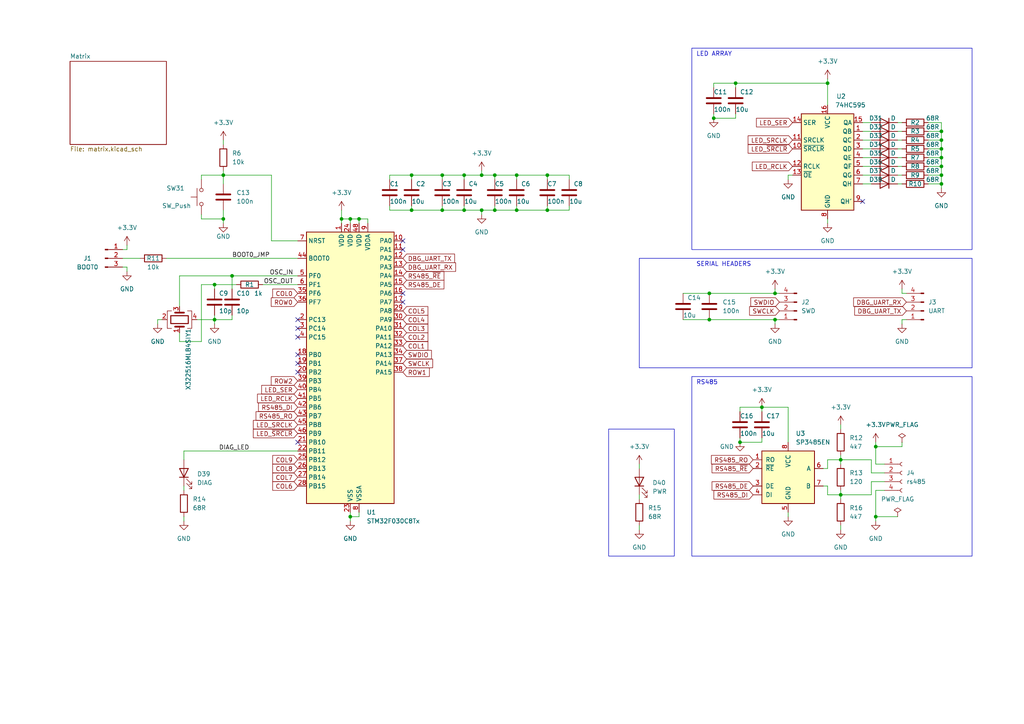
<source format=kicad_sch>
(kicad_sch (version 20230121) (generator eeschema)
  (paper "A4")
  (lib_symbols
    (symbol "74xx:74HC595"
      (property "Reference" "U" (at -7.62 13.97 0))
      (property "Value" "74HC595" (at -7.62 -16.51 0))
      (symbol "74HC595_1_0"
        (pin tri_state line (at 10.16 7.62 180) (length 2.54) (name "QB") (number "1"))
        (pin input line (at -10.16 2.54 0) (length 2.54) (name "~{SRCLR}") (number "10"))
        (pin input line (at -10.16 5.08 0) (length 2.54) (name "SRCLK") (number "11"))
        (pin input line (at -10.16 -2.54 0) (length 2.54) (name "RCLK") (number "12"))
        (pin input line (at -10.16 -5.08 0) (length 2.54) (name "~{OE}") (number "13"))
        (pin input line (at -10.16 10.16 0) (length 2.54) (name "SER") (number "14"))
        (pin tri_state line (at 10.16 10.16 180) (length 2.54) (name "QA") (number "15"))
        (pin power_in line (at 0 15.24 270) (length 2.54) (name "VCC") (number "16"))
        (pin tri_state line (at 10.16 5.08 180) (length 2.54) (name "QC") (number "2"))
        (pin tri_state line (at 10.16 2.54 180) (length 2.54) (name "QD") (number "3"))
        (pin tri_state line (at 10.16 0 180) (length 2.54) (name "QE") (number "4"))
        (pin tri_state line (at 10.16 -2.54 180) (length 2.54) (name "QF") (number "5"))
        (pin tri_state line (at 10.16 -5.08 180) (length 2.54) (name "QG") (number "6"))
        (pin tri_state line (at 10.16 -7.62 180) (length 2.54) (name "QH") (number "7"))
        (pin power_in line (at 0 -17.78 90) (length 2.54) (name "GND") (number "8"))
        (pin output line (at 10.16 -12.7 180) (length 2.54) (name "QH'") (number "9"))
      )
    )
    (symbol "Connector:Conn_01x03_Pin" (pin_names (offset 1.016) hide)
      (property "Reference" "J" (at 0 5.08 0))
      (property "Value" "Conn_01x03_Pin" (at 0 -5.08 0))
      (symbol "Conn_01x03_Pin_1_1"
        (pin passive line (at 5.08 2.54 180) (length 3.81) (name "Pin_1") (number "1"))
        (pin passive line (at 5.08 0 180) (length 3.81) (name "Pin_2") (number "2"))
        (pin passive line (at 5.08 -2.54 180) (length 3.81) (name "Pin_3") (number "3"))
      )
    )
    (symbol "Connector:Conn_01x04_Pin" (pin_names (offset 1.016) hide)
      (property "Reference" "J" (at 0 5.08 0))
      (property "Value" "Conn_01x04_Pin" (at 0 -7.62 0))
      (symbol "Conn_01x04_Pin_1_1"
        (pin passive line (at 5.08 2.54 180) (length 3.81) (name "Pin_1") (number "1"))
        (pin passive line (at 5.08 0 180) (length 3.81) (name "Pin_2") (number "2"))
        (pin passive line (at 5.08 -2.54 180) (length 3.81) (name "Pin_3") (number "3"))
        (pin passive line (at 5.08 -5.08 180) (length 3.81) (name "Pin_4") (number "4"))
      )
    )
    (symbol "Connector:Conn_01x04_Socket" (pin_names (offset 1.016) hide)
      (property "Reference" "J" (at 0 5.08 0))
      (property "Value" "Conn_01x04_Socket" (at 0 -7.62 0))
      (symbol "Conn_01x04_Socket_1_1"
        (pin passive line (at -5.08 2.54 0) (length 3.81) (name "Pin_1") (number "1"))
        (pin passive line (at -5.08 0 0) (length 3.81) (name "Pin_2") (number "2"))
        (pin passive line (at -5.08 -2.54 0) (length 3.81) (name "Pin_3") (number "3"))
        (pin passive line (at -5.08 -5.08 0) (length 3.81) (name "Pin_4") (number "4"))
      )
    )
    (symbol "Device:C" (pin_numbers hide) (pin_names (offset 0.254))
      (property "Reference" "C" (at 0.635 2.54 0))
      (property "Value" "C" (at 0.635 -2.54 0))
      (symbol "C_1_1"
        (pin passive line (at 0 3.81 270) (length 2.794) (name "~") (number "1"))
        (pin passive line (at 0 -3.81 90) (length 2.794) (name "~") (number "2"))
      )
    )
    (symbol "Device:Crystal_GND24" (pin_names (offset 1.016) hide)
      (property "Reference" "Y" (at 3.175 5.08 0))
      (property "Value" "Crystal_GND24" (at 3.175 3.175 0))
      (symbol "Crystal_GND24_1_1"
        (pin passive line (at -3.81 0 0) (length 1.27) (name "1") (number "1"))
        (pin passive line (at 0 5.08 270) (length 1.27) (name "2") (number "2"))
        (pin passive line (at 3.81 0 180) (length 1.27) (name "3") (number "3"))
        (pin passive line (at 0 -5.08 90) (length 1.27) (name "4") (number "4"))
      )
    )
    (symbol "Device:D" (pin_numbers hide) (pin_names (offset 1.016) hide)
      (property "Reference" "D" (at 0 2.54 0))
      (property "Value" "D" (at 0 -2.54 0))
      (symbol "D_1_1"
        (pin passive line (at -3.81 0 0) (length 2.54) (name "K") (number "1"))
        (pin passive line (at 3.81 0 180) (length 2.54) (name "A") (number "2"))
      )
    )
    (symbol "Device:LED" (pin_numbers hide) (pin_names (offset 1.016) hide)
      (property "Reference" "D" (at 0 2.54 0))
      (property "Value" "LED" (at 0 -2.54 0))
      (symbol "LED_1_1"
        (pin passive line (at -3.81 0 0) (length 2.54) (name "K") (number "1"))
        (pin passive line (at 3.81 0 180) (length 2.54) (name "A") (number "2"))
      )
    )
    (symbol "Device:R" (pin_numbers hide) (pin_names (offset 0))
      (property "Reference" "R" (at 2.032 0 90))
      (property "Value" "R" (at 0 0 90))
      (symbol "R_1_1"
        (pin passive line (at 0 3.81 270) (length 1.27) (name "~") (number "1"))
        (pin passive line (at 0 -3.81 90) (length 1.27) (name "~") (number "2"))
      )
    )
    (symbol "Interface_UART:SP3485EN" (pin_names (offset 1.016))
      (property "Reference" "U" (at -7.62 8.89 0))
      (property "Value" "SP3485EN" (at 2.54 8.89 0))
      (symbol "SP3485EN_1_1"
        (pin output line (at -10.16 5.08 0) (length 2.54) (name "RO") (number "1"))
        (pin input line (at -10.16 2.54 0) (length 2.54) (name "~{RE}") (number "2"))
        (pin input line (at -10.16 -2.54 0) (length 2.54) (name "DE") (number "3"))
        (pin input line (at -10.16 -5.08 0) (length 2.54) (name "DI") (number "4"))
        (pin power_in line (at 0 -10.16 90) (length 2.54) (name "GND") (number "5"))
        (pin bidirectional line (at 10.16 2.54 180) (length 2.54) (name "A") (number "6"))
        (pin bidirectional line (at 10.16 -2.54 180) (length 2.54) (name "B") (number "7"))
        (pin power_in line (at 0 10.16 270) (length 2.54) (name "VCC") (number "8"))
      )
    )
    (symbol "MCU_ST_STM32F0:STM32F030C8Tx"
      (property "Reference" "U" (at -12.7 41.91 0))
      (property "Value" "STM32F030C8Tx" (at 7.62 41.91 0))
      (symbol "STM32F030C8Tx_1_1"
        (pin power_in line (at -2.54 43.18 270) (length 2.54) (name "VDD") (number "1"))
        (pin bidirectional line (at 15.24 38.1 180) (length 2.54) (name "PA0") (number "10"))
        (pin bidirectional line (at 15.24 35.56 180) (length 2.54) (name "PA1") (number "11"))
        (pin bidirectional line (at 15.24 33.02 180) (length 2.54) (name "PA2") (number "12"))
        (pin bidirectional line (at 15.24 30.48 180) (length 2.54) (name "PA3") (number "13"))
        (pin bidirectional line (at 15.24 27.94 180) (length 2.54) (name "PA4") (number "14"))
        (pin bidirectional line (at 15.24 25.4 180) (length 2.54) (name "PA5") (number "15"))
        (pin bidirectional line (at 15.24 22.86 180) (length 2.54) (name "PA6") (number "16"))
        (pin bidirectional line (at 15.24 20.32 180) (length 2.54) (name "PA7") (number "17"))
        (pin bidirectional line (at -15.24 5.08 0) (length 2.54) (name "PB0") (number "18"))
        (pin bidirectional line (at -15.24 2.54 0) (length 2.54) (name "PB1") (number "19"))
        (pin bidirectional line (at -15.24 15.24 0) (length 2.54) (name "PC13") (number "2"))
        (pin bidirectional line (at -15.24 0 0) (length 2.54) (name "PB2") (number "20"))
        (pin bidirectional line (at -15.24 -20.32 0) (length 2.54) (name "PB10") (number "21"))
        (pin bidirectional line (at -15.24 -22.86 0) (length 2.54) (name "PB11") (number "22"))
        (pin power_in line (at 0 -40.64 90) (length 2.54) (name "VSS") (number "23"))
        (pin power_in line (at 0 43.18 270) (length 2.54) (name "VDD") (number "24"))
        (pin bidirectional line (at -15.24 -25.4 0) (length 2.54) (name "PB12") (number "25"))
        (pin bidirectional line (at -15.24 -27.94 0) (length 2.54) (name "PB13") (number "26"))
        (pin bidirectional line (at -15.24 -30.48 0) (length 2.54) (name "PB14") (number "27"))
        (pin bidirectional line (at -15.24 -33.02 0) (length 2.54) (name "PB15") (number "28"))
        (pin bidirectional line (at 15.24 17.78 180) (length 2.54) (name "PA8") (number "29"))
        (pin bidirectional line (at -15.24 12.7 0) (length 2.54) (name "PC14") (number "3"))
        (pin bidirectional line (at 15.24 15.24 180) (length 2.54) (name "PA9") (number "30"))
        (pin bidirectional line (at 15.24 12.7 180) (length 2.54) (name "PA10") (number "31"))
        (pin bidirectional line (at 15.24 10.16 180) (length 2.54) (name "PA11") (number "32"))
        (pin bidirectional line (at 15.24 7.62 180) (length 2.54) (name "PA12") (number "33"))
        (pin bidirectional line (at 15.24 5.08 180) (length 2.54) (name "PA13") (number "34"))
        (pin bidirectional line (at -15.24 22.86 0) (length 2.54) (name "PF6") (number "35"))
        (pin bidirectional line (at -15.24 20.32 0) (length 2.54) (name "PF7") (number "36"))
        (pin bidirectional line (at 15.24 2.54 180) (length 2.54) (name "PA14") (number "37"))
        (pin bidirectional line (at 15.24 0 180) (length 2.54) (name "PA15") (number "38"))
        (pin bidirectional line (at -15.24 -2.54 0) (length 2.54) (name "PB3") (number "39"))
        (pin bidirectional line (at -15.24 10.16 0) (length 2.54) (name "PC15") (number "4"))
        (pin bidirectional line (at -15.24 -5.08 0) (length 2.54) (name "PB4") (number "40"))
        (pin bidirectional line (at -15.24 -7.62 0) (length 2.54) (name "PB5") (number "41"))
        (pin bidirectional line (at -15.24 -10.16 0) (length 2.54) (name "PB6") (number "42"))
        (pin bidirectional line (at -15.24 -12.7 0) (length 2.54) (name "PB7") (number "43"))
        (pin input line (at -15.24 33.02 0) (length 2.54) (name "BOOT0") (number "44"))
        (pin bidirectional line (at -15.24 -15.24 0) (length 2.54) (name "PB8") (number "45"))
        (pin bidirectional line (at -15.24 -17.78 0) (length 2.54) (name "PB9") (number "46"))
        (pin passive line (at 0 -40.64 90) (length 2.54) hide (name "VSS") (number "47"))
        (pin power_in line (at 2.54 43.18 270) (length 2.54) (name "VDD") (number "48"))
        (pin bidirectional line (at -15.24 27.94 0) (length 2.54) (name "PF0") (number "5"))
        (pin bidirectional line (at -15.24 25.4 0) (length 2.54) (name "PF1") (number "6"))
        (pin input line (at -15.24 38.1 0) (length 2.54) (name "NRST") (number "7"))
        (pin power_in line (at 2.54 -40.64 90) (length 2.54) (name "VSSA") (number "8"))
        (pin power_in line (at 5.08 43.18 270) (length 2.54) (name "VDDA") (number "9"))
      )
    )
    (symbol "Switch:SW_Push" (pin_numbers hide) (pin_names (offset 1.016) hide)
      (property "Reference" "SW" (at 1.27 2.54 0))
      (property "Value" "SW_Push" (at 0 -1.524 0))
      (symbol "SW_Push_0_1"
        (pin passive line (at -5.08 0 0) (length 2.54) (name "1") (number "1"))
        (pin passive line (at 5.08 0 180) (length 2.54) (name "2") (number "2"))
      )
    )
    (symbol "power:+3.3V" (power) (pin_names (offset 0))
      (property "Value" "+3.3V" (at 0 3.556 0))
      (symbol "+3.3V_1_1"
        (pin power_in line (at 0 0 90) (length 0) hide (name "+3.3V") (number "1"))
      )
    )
    (symbol "power:GND" (power) (pin_names (offset 0))
      (property "Value" "GND" (at 0 -3.81 0))
      (symbol "GND_1_1"
        (pin power_in line (at 0 0 270) (length 0) hide (name "GND") (number "1"))
      )
    )
    (symbol "power:PWR_FLAG" (power) (pin_numbers hide) (pin_names (offset 0) hide)
      (property "Value" "PWR_FLAG" (at 0 3.81 0))
      (symbol "PWR_FLAG_0_0"
        (pin power_out line (at 0 0 90) (length 0) (name "pwr") (number "1"))
      )
    )
  )
  (junction (at 101.6 149.86))
  (junction (at 158.75 60.96))
  (junction (at 139.7 60.96))
  (junction (at 273.05 53.34))
  (junction (at 158.75 50.8))
  (junction (at 273.05 40.64))
  (junction (at 67.31 80.01))
  (junction (at 240.03 24.13))
  (junction (at 205.74 92.71))
  (junction (at 101.6 63.5))
  (junction (at 134.62 50.8))
  (junction (at 139.7 50.8))
  (junction (at 243.84 143.51))
  (junction (at 254 149.86))
  (junction (at 99.06 63.5))
  (junction (at 62.23 82.55))
  (junction (at 273.05 45.72))
  (junction (at 273.05 43.18))
  (junction (at 64.77 50.8))
  (junction (at 119.38 50.8))
  (junction (at 143.51 50.8))
  (junction (at 149.86 50.8))
  (junction (at 213.36 24.13))
  (junction (at 143.51 60.96))
  (junction (at 64.77 63.5))
  (junction (at 254 129.54))
  (junction (at 205.74 85.09))
  (junction (at 149.86 60.96))
  (junction (at 119.38 60.96))
  (junction (at 128.27 60.96))
  (junction (at 62.23 92.71))
  (junction (at 214.63 128.27))
  (junction (at 220.98 118.11))
  (junction (at 273.05 50.8))
  (junction (at 207.01 34.29))
  (junction (at 224.79 85.09))
  (junction (at 104.14 63.5))
  (junction (at 243.84 133.35))
  (junction (at 273.05 38.1))
  (junction (at 273.05 48.26))
  (junction (at 134.62 60.96))
  (junction (at 224.79 92.71))
  (junction (at 128.27 50.8))
  (no_connect (at 86.36 105.41))
  (no_connect (at 116.84 69.85))
  (no_connect (at 86.36 97.79))
  (no_connect (at 116.84 85.09))
  (no_connect (at 86.36 95.25))
  (no_connect (at 86.36 128.27))
  (no_connect (at 86.36 92.71))
  (no_connect (at 86.36 107.95))
  (no_connect (at 116.84 87.63))
  (no_connect (at 116.84 72.39))
  (no_connect (at 250.19 58.42))
  (no_connect (at 86.36 102.87))
  (wire (pts (xy 78.74 50.8) (xy 64.77 50.8)))
  (wire (pts (xy 260.35 38.1) (xy 261.62 38.1)))
  (wire (pts (xy 101.6 148.59) (xy 101.6 149.86)))
  (wire (pts (xy 53.34 140.97) (xy 53.34 142.24)))
  (wire (pts (xy 250.19 43.18) (xy 252.73 43.18)))
  (wire (pts (xy 207.01 34.29) (xy 213.36 34.29)))
  (wire (pts (xy 260.35 35.56) (xy 261.62 35.56)))
  (wire (pts (xy 213.36 34.29) (xy 213.36 33.02)))
  (wire (pts (xy 78.74 69.85) (xy 86.36 69.85)))
  (wire (pts (xy 243.84 133.35) (xy 243.84 134.62)))
  (wire (pts (xy 36.83 71.12) (xy 36.83 72.39)))
  (wire (pts (xy 254 149.86) (xy 260.35 149.86)))
  (wire (pts (xy 52.07 99.06) (xy 58.42 99.06)))
  (wire (pts (xy 243.84 132.08) (xy 243.84 133.35)))
  (wire (pts (xy 64.77 63.5) (xy 64.77 64.77)))
  (wire (pts (xy 53.34 133.35) (xy 53.34 130.81)))
  (wire (pts (xy 273.05 53.34) (xy 273.05 54.61)))
  (wire (pts (xy 269.24 35.56) (xy 273.05 35.56)))
  (wire (pts (xy 220.98 118.11) (xy 228.6 118.11)))
  (wire (pts (xy 52.07 96.52) (xy 52.07 99.06)))
  (wire (pts (xy 35.56 77.47) (xy 36.83 77.47)))
  (wire (pts (xy 273.05 45.72) (xy 273.05 48.26)))
  (wire (pts (xy 214.63 118.11) (xy 220.98 118.11)))
  (wire (pts (xy 149.86 60.96) (xy 158.75 60.96)))
  (wire (pts (xy 243.84 143.51) (xy 243.84 144.78)))
  (wire (pts (xy 254 134.62) (xy 256.54 134.62)))
  (wire (pts (xy 64.77 49.53) (xy 64.77 50.8)))
  (wire (pts (xy 214.63 119.38) (xy 214.63 118.11)))
  (wire (pts (xy 113.03 59.69) (xy 113.03 60.96)))
  (wire (pts (xy 228.6 148.59) (xy 228.6 149.86)))
  (wire (pts (xy 62.23 82.55) (xy 62.23 83.82)))
  (wire (pts (xy 143.51 50.8) (xy 149.86 50.8)))
  (wire (pts (xy 220.98 118.11) (xy 220.98 119.38)))
  (wire (pts (xy 224.79 85.09) (xy 226.06 85.09)))
  (wire (pts (xy 101.6 63.5) (xy 101.6 64.77)))
  (wire (pts (xy 260.35 53.34) (xy 261.62 53.34)))
  (wire (pts (xy 240.03 135.89) (xy 240.03 133.35)))
  (wire (pts (xy 254 142.24) (xy 256.54 142.24)))
  (wire (pts (xy 260.35 50.8) (xy 261.62 50.8)))
  (wire (pts (xy 104.14 149.86) (xy 104.14 148.59)))
  (wire (pts (xy 106.68 63.5) (xy 106.68 64.77)))
  (wire (pts (xy 198.12 92.71) (xy 205.74 92.71)))
  (wire (pts (xy 238.76 140.97) (xy 240.03 140.97)))
  (wire (pts (xy 240.03 143.51) (xy 243.84 143.51)))
  (wire (pts (xy 250.19 48.26) (xy 252.73 48.26)))
  (wire (pts (xy 261.62 85.09) (xy 262.89 85.09)))
  (wire (pts (xy 254 149.86) (xy 254 142.24)))
  (wire (pts (xy 149.86 50.8) (xy 149.86 52.07)))
  (wire (pts (xy 269.24 50.8) (xy 273.05 50.8)))
  (wire (pts (xy 261.62 83.82) (xy 261.62 85.09)))
  (wire (pts (xy 134.62 60.96) (xy 134.62 59.69)))
  (wire (pts (xy 36.83 72.39) (xy 35.56 72.39)))
  (wire (pts (xy 58.42 62.23) (xy 58.42 63.5)))
  (wire (pts (xy 57.15 92.71) (xy 62.23 92.71)))
  (wire (pts (xy 128.27 52.07) (xy 128.27 50.8)))
  (wire (pts (xy 165.1 50.8) (xy 165.1 52.07)))
  (wire (pts (xy 48.26 74.93) (xy 86.36 74.93)))
  (wire (pts (xy 224.79 83.82) (xy 224.79 85.09)))
  (wire (pts (xy 269.24 53.34) (xy 273.05 53.34)))
  (wire (pts (xy 261.62 129.54) (xy 254 129.54)))
  (wire (pts (xy 214.63 128.27) (xy 220.98 128.27)))
  (wire (pts (xy 228.6 50.8) (xy 229.87 50.8)))
  (wire (pts (xy 269.24 40.64) (xy 273.05 40.64)))
  (wire (pts (xy 158.75 59.69) (xy 158.75 60.96)))
  (wire (pts (xy 254 151.13) (xy 254 149.86)))
  (wire (pts (xy 139.7 60.96) (xy 143.51 60.96)))
  (wire (pts (xy 149.86 60.96) (xy 149.86 59.69)))
  (wire (pts (xy 224.79 92.71) (xy 226.06 92.71)))
  (wire (pts (xy 273.05 38.1) (xy 273.05 40.64)))
  (wire (pts (xy 224.79 93.98) (xy 224.79 92.71)))
  (wire (pts (xy 119.38 60.96) (xy 128.27 60.96)))
  (wire (pts (xy 269.24 38.1) (xy 273.05 38.1)))
  (wire (pts (xy 58.42 50.8) (xy 64.77 50.8)))
  (wire (pts (xy 67.31 92.71) (xy 67.31 91.44)))
  (wire (pts (xy 213.36 24.13) (xy 213.36 25.4)))
  (wire (pts (xy 113.03 60.96) (xy 119.38 60.96)))
  (wire (pts (xy 128.27 59.69) (xy 128.27 60.96)))
  (wire (pts (xy 52.07 80.01) (xy 67.31 80.01)))
  (wire (pts (xy 273.05 50.8) (xy 273.05 53.34)))
  (wire (pts (xy 243.84 133.35) (xy 252.73 133.35)))
  (wire (pts (xy 76.2 82.55) (xy 86.36 82.55)))
  (wire (pts (xy 62.23 92.71) (xy 62.23 91.44)))
  (wire (pts (xy 250.19 38.1) (xy 252.73 38.1)))
  (wire (pts (xy 250.19 35.56) (xy 252.73 35.56)))
  (wire (pts (xy 256.54 139.7) (xy 252.73 139.7)))
  (wire (pts (xy 101.6 149.86) (xy 104.14 149.86)))
  (wire (pts (xy 205.74 92.71) (xy 224.79 92.71)))
  (wire (pts (xy 36.83 77.47) (xy 36.83 78.74)))
  (wire (pts (xy 119.38 50.8) (xy 128.27 50.8)))
  (wire (pts (xy 260.35 43.18) (xy 261.62 43.18)))
  (wire (pts (xy 228.6 118.11) (xy 228.6 128.27)))
  (wire (pts (xy 250.19 50.8) (xy 252.73 50.8)))
  (wire (pts (xy 260.35 40.64) (xy 261.62 40.64)))
  (wire (pts (xy 207.01 24.13) (xy 213.36 24.13)))
  (wire (pts (xy 252.73 139.7) (xy 252.73 143.51)))
  (wire (pts (xy 261.62 92.71) (xy 262.89 92.71)))
  (wire (pts (xy 243.84 123.19) (xy 243.84 124.46)))
  (wire (pts (xy 53.34 149.86) (xy 53.34 151.13)))
  (wire (pts (xy 269.24 48.26) (xy 273.05 48.26)))
  (wire (pts (xy 101.6 63.5) (xy 104.14 63.5)))
  (wire (pts (xy 205.74 85.09) (xy 224.79 85.09)))
  (wire (pts (xy 240.03 22.86) (xy 240.03 24.13)))
  (wire (pts (xy 158.75 50.8) (xy 165.1 50.8)))
  (wire (pts (xy 64.77 50.8) (xy 64.77 53.34)))
  (wire (pts (xy 104.14 63.5) (xy 104.14 64.77)))
  (wire (pts (xy 62.23 82.55) (xy 68.58 82.55)))
  (wire (pts (xy 52.07 88.9) (xy 52.07 80.01)))
  (wire (pts (xy 269.24 43.18) (xy 273.05 43.18)))
  (wire (pts (xy 213.36 24.13) (xy 240.03 24.13)))
  (wire (pts (xy 250.19 45.72) (xy 252.73 45.72)))
  (wire (pts (xy 207.01 33.02) (xy 207.01 34.29)))
  (wire (pts (xy 134.62 50.8) (xy 134.62 52.07)))
  (wire (pts (xy 254 128.27) (xy 254 129.54)))
  (wire (pts (xy 113.03 50.8) (xy 119.38 50.8)))
  (wire (pts (xy 243.84 143.51) (xy 243.84 142.24)))
  (wire (pts (xy 214.63 127) (xy 214.63 128.27)))
  (wire (pts (xy 58.42 50.8) (xy 58.42 52.07)))
  (wire (pts (xy 139.7 60.96) (xy 139.7 62.23)))
  (wire (pts (xy 250.19 40.64) (xy 252.73 40.64)))
  (wire (pts (xy 260.35 48.26) (xy 261.62 48.26)))
  (wire (pts (xy 185.42 152.4) (xy 185.42 153.67)))
  (wire (pts (xy 250.19 53.34) (xy 252.73 53.34)))
  (wire (pts (xy 119.38 50.8) (xy 119.38 52.07)))
  (wire (pts (xy 260.35 45.72) (xy 261.62 45.72)))
  (wire (pts (xy 58.42 82.55) (xy 62.23 82.55)))
  (wire (pts (xy 99.06 64.77) (xy 99.06 63.5)))
  (wire (pts (xy 78.74 50.8) (xy 78.74 69.85)))
  (wire (pts (xy 139.7 50.8) (xy 143.51 50.8)))
  (wire (pts (xy 185.42 143.51) (xy 185.42 144.78)))
  (wire (pts (xy 273.05 43.18) (xy 273.05 45.72)))
  (wire (pts (xy 62.23 92.71) (xy 67.31 92.71)))
  (wire (pts (xy 273.05 48.26) (xy 273.05 50.8)))
  (wire (pts (xy 261.62 128.27) (xy 261.62 129.54)))
  (wire (pts (xy 64.77 63.5) (xy 64.77 60.96)))
  (wire (pts (xy 128.27 50.8) (xy 134.62 50.8)))
  (wire (pts (xy 273.05 40.64) (xy 273.05 43.18)))
  (wire (pts (xy 254 129.54) (xy 254 134.62)))
  (wire (pts (xy 185.42 134.62) (xy 185.42 135.89)))
  (wire (pts (xy 149.86 50.8) (xy 158.75 50.8)))
  (wire (pts (xy 128.27 60.96) (xy 134.62 60.96)))
  (wire (pts (xy 134.62 60.96) (xy 139.7 60.96)))
  (wire (pts (xy 64.77 40.64) (xy 64.77 41.91)))
  (wire (pts (xy 101.6 149.86) (xy 101.6 151.13)))
  (wire (pts (xy 207.01 25.4) (xy 207.01 24.13)))
  (wire (pts (xy 113.03 52.07) (xy 113.03 50.8)))
  (wire (pts (xy 240.03 140.97) (xy 240.03 143.51)))
  (wire (pts (xy 143.51 60.96) (xy 149.86 60.96)))
  (wire (pts (xy 58.42 63.5) (xy 64.77 63.5)))
  (wire (pts (xy 134.62 50.8) (xy 139.7 50.8)))
  (wire (pts (xy 261.62 93.98) (xy 261.62 92.71)))
  (wire (pts (xy 228.6 52.07) (xy 228.6 50.8)))
  (wire (pts (xy 240.03 63.5) (xy 240.03 64.77)))
  (wire (pts (xy 139.7 49.53) (xy 139.7 50.8)))
  (wire (pts (xy 45.72 93.98) (xy 45.72 92.71)))
  (wire (pts (xy 104.14 63.5) (xy 106.68 63.5)))
  (wire (pts (xy 240.03 133.35) (xy 243.84 133.35)))
  (wire (pts (xy 198.12 85.09) (xy 205.74 85.09)))
  (wire (pts (xy 45.72 92.71) (xy 46.99 92.71)))
  (wire (pts (xy 238.76 135.89) (xy 240.03 135.89)))
  (wire (pts (xy 143.51 59.69) (xy 143.51 60.96)))
  (wire (pts (xy 58.42 99.06) (xy 58.42 82.55)))
  (wire (pts (xy 158.75 60.96) (xy 165.1 60.96)))
  (wire (pts (xy 67.31 80.01) (xy 67.31 83.82)))
  (wire (pts (xy 35.56 74.93) (xy 40.64 74.93)))
  (wire (pts (xy 252.73 137.16) (xy 256.54 137.16)))
  (wire (pts (xy 220.98 128.27) (xy 220.98 127)))
  (wire (pts (xy 243.84 152.4) (xy 243.84 153.67)))
  (wire (pts (xy 143.51 52.07) (xy 143.51 50.8)))
  (wire (pts (xy 165.1 60.96) (xy 165.1 59.69)))
  (wire (pts (xy 273.05 35.56) (xy 273.05 38.1)))
  (wire (pts (xy 53.34 130.81) (xy 86.36 130.81)))
  (wire (pts (xy 158.75 52.07) (xy 158.75 50.8)))
  (wire (pts (xy 99.06 63.5) (xy 101.6 63.5)))
  (wire (pts (xy 269.24 45.72) (xy 273.05 45.72)))
  (wire (pts (xy 243.84 143.51) (xy 252.73 143.51)))
  (wire (pts (xy 240.03 24.13) (xy 240.03 30.48)))
  (wire (pts (xy 252.73 133.35) (xy 252.73 137.16)))
  (wire (pts (xy 67.31 80.01) (xy 86.36 80.01)))
  (wire (pts (xy 62.23 92.71) (xy 62.23 93.98)))
  (wire (pts (xy 119.38 60.96) (xy 119.38 59.69)))
  (wire (pts (xy 99.06 60.96) (xy 99.06 63.5)))
  (rectangle (start 200.66 13.97) (end 281.94 72.39))
  (rectangle (start 185.42 74.93) (end 281.94 106.68))
  (rectangle (start 176.53 124.46) (end 195.58 161.29))
  (rectangle (start 200.66 109.22) (end 281.94 161.29))
  (text "RS485" (at 201.93 111.76 0) (effects (font (size 1.27 1.27)) (justify left bottom)))
  (text "SERIAL HEADERS" (at 201.93 77.47 0) (effects (font (size 1.27 1.27)) (justify left bottom)))
  (text "LED ARRAY" (at 201.93 16.51 0) (effects (font (size 1.27 1.27)) (justify left bottom)))
  (label "OSC_OUT" (at 85.09 82.55 180))
  (label "BOOT0_JMP" (at 67.31 74.93 0))
  (label "OSC_IN" (at 85.09 80.01 180))
  (label "DIAG_LED" (at 63.4772 130.81 0))
  (global_label "LED_~{SRCLR}" (shape input) (at 229.87 43.18 180) (property "Intersheetrefs" "${INTERSHEET_REFS}" (effects hide)))
  (global_label "LED_RCLK" (shape input) (at 86.36 115.57 180) (property "Intersheetrefs" "${INTERSHEET_REFS}" (effects hide)))
  (global_label "COL8" (shape input) (at 86.36 135.89 180) (property "Intersheetrefs" "${INTERSHEET_REFS}" (effects hide)))
  (global_label "RS485_DI" (shape input) (at 86.36 118.11 180) (property "Intersheetrefs" "${INTERSHEET_REFS}" (effects hide)))
  (global_label "LED_SER" (shape input) (at 86.36 113.03 180) (property "Intersheetrefs" "${INTERSHEET_REFS}" (effects hide)))
  (global_label "DBG_UART_TX" (shape input) (at 262.89 90.17 180) (property "Intersheetrefs" "${INTERSHEET_REFS}" (effects hide)))
  (global_label "COL9" (shape input) (at 86.36 133.35 180) (property "Intersheetrefs" "${INTERSHEET_REFS}" (effects hide)))
  (global_label "COL6" (shape input) (at 86.36 140.97 180) (property "Intersheetrefs" "${INTERSHEET_REFS}" (effects hide)))
  (global_label "LED_RCLK" (shape input) (at 229.87 48.26 180) (property "Intersheetrefs" "${INTERSHEET_REFS}" (effects hide)))
  (global_label "COL3" (shape input) (at 116.84 95.25 0) (property "Intersheetrefs" "${INTERSHEET_REFS}" (effects hide)))
  (global_label "SWCLK" (shape input) (at 226.06 90.17 180) (property "Intersheetrefs" "${INTERSHEET_REFS}" (effects hide)))
  (global_label "RS485_DE" (shape input) (at 116.84 82.55 0) (property "Intersheetrefs" "${INTERSHEET_REFS}" (effects hide)))
  (global_label "SWDIO" (shape input) (at 226.06 87.63 180) (property "Intersheetrefs" "${INTERSHEET_REFS}" (effects hide)))
  (global_label "RS485_DE" (shape input) (at 218.44 140.97 180) (property "Intersheetrefs" "${INTERSHEET_REFS}" (effects hide)))
  (global_label "LED_SRCLK" (shape input) (at 86.36 123.19 180) (property "Intersheetrefs" "${INTERSHEET_REFS}" (effects hide)))
  (global_label "RS485_~{RE}" (shape input) (at 218.44 135.89 180) (property "Intersheetrefs" "${INTERSHEET_REFS}" (effects hide)))
  (global_label "LED_~{SRCLR}" (shape input) (at 86.36 125.73 180) (property "Intersheetrefs" "${INTERSHEET_REFS}" (effects hide)))
  (global_label "COL4" (shape input) (at 116.84 92.71 0) (property "Intersheetrefs" "${INTERSHEET_REFS}" (effects hide)))
  (global_label "COL7" (shape input) (at 86.36 138.43 180) (property "Intersheetrefs" "${INTERSHEET_REFS}" (effects hide)))
  (global_label "RS485_~{RE}" (shape input) (at 116.84 80.01 0) (property "Intersheetrefs" "${INTERSHEET_REFS}" (effects hide)))
  (global_label "COL5" (shape input) (at 116.84 90.17 0) (property "Intersheetrefs" "${INTERSHEET_REFS}" (effects hide)))
  (global_label "RS485_RO" (shape input) (at 86.36 120.65 180) (property "Intersheetrefs" "${INTERSHEET_REFS}" (effects hide)))
  (global_label "LED_SRCLK" (shape input) (at 229.87 40.64 180) (property "Intersheetrefs" "${INTERSHEET_REFS}" (effects hide)))
  (global_label "SWCLK" (shape input) (at 116.84 105.41 0) (property "Intersheetrefs" "${INTERSHEET_REFS}" (effects hide)))
  (global_label "RS485_DI" (shape input) (at 218.44 143.51 180) (property "Intersheetrefs" "${INTERSHEET_REFS}" (effects hide)))
  (global_label "RS485_RO" (shape input) (at 218.44 133.35 180) (property "Intersheetrefs" "${INTERSHEET_REFS}" (effects hide)))
  (global_label "COL2" (shape input) (at 116.84 97.79 0) (property "Intersheetrefs" "${INTERSHEET_REFS}" (effects hide)))
  (global_label "ROW2" (shape input) (at 86.36 110.49 180) (property "Intersheetrefs" "${INTERSHEET_REFS}" (effects hide)))
  (global_label "ROW0" (shape input) (at 86.36 87.63 180) (property "Intersheetrefs" "${INTERSHEET_REFS}" (effects hide)))
  (global_label "DBG_UART_RX" (shape input) (at 116.84 77.47 0) (property "Intersheetrefs" "${INTERSHEET_REFS}" (effects hide)))
  (global_label "COL1" (shape input) (at 116.84 100.33 0) (property "Intersheetrefs" "${INTERSHEET_REFS}" (effects hide)))
  (global_label "DBG_UART_RX" (shape input) (at 262.89 87.63 180) (property "Intersheetrefs" "${INTERSHEET_REFS}" (effects hide)))
  (global_label "COL0" (shape input) (at 86.36 85.09 180) (property "Intersheetrefs" "${INTERSHEET_REFS}" (effects hide)))
  (global_label "DBG_UART_TX" (shape input) (at 116.84 74.93 0) (property "Intersheetrefs" "${INTERSHEET_REFS}" (effects hide)))
  (global_label "SWDIO" (shape input) (at 116.84 102.87 0) (property "Intersheetrefs" "${INTERSHEET_REFS}" (effects hide)))
  (global_label "LED_SER" (shape input) (at 229.87 35.56 180) (property "Intersheetrefs" "${INTERSHEET_REFS}" (effects hide)))
  (global_label "ROW1" (shape input) (at 116.84 107.95 0) (property "Intersheetrefs" "${INTERSHEET_REFS}" (effects hide)))
  (symbol (lib_id "power:GND") (at 101.6 151.13 0) (unit 1)
    (property "Reference" "#PWR06" (effects hide))
    (property "Value" "GND" (at 101.6 156.21 0))
  )
  (symbol (lib_id "Device:Crystal_GND24") (at 52.07 92.71 90) (unit 1)
    (property "Reference" "Y1" (at 54.61 96.52 0))
    (property "Value" "X322516MLB4SI" (at 54.61 105.41 0))
    (property "Footprint" "Crystal:Crystal_SMD_SeikoEpson_TSX3225-4Pin_3.2x2.5mm" (effects hide))
    (property "LCSC" "C13738" (effects hide))
    (property "jlc_url" "https://jlcpcb.com/partdetail/Yxc-X322516MLB4SI/C13738" (effects hide))
  )
  (symbol (lib_id "power:GND") (at 243.84 153.67 0) (unit 1)
    (property "Reference" "#PWR026" (effects hide))
    (property "Value" "GND" (at 243.84 158.75 0))
  )
  (symbol (lib_id "power:GND") (at 273.05 54.61 0) (unit 1)
    (property "Reference" "#PWR014" (effects hide))
    (property "Value" "GND" (at 273.05 59.69 0))
  )
  (symbol (lib_id "Device:R") (at 185.42 148.59 0) (unit 1)
    (property "Reference" "R15" (at 187.96 147.32 0) (effects (justify left)))
    (property "Value" "68R" (at 187.96 149.86 0) (effects (justify left)))
    (property "Footprint" "Resistor_SMD:R_0603_1608Metric" (effects hide))
    (property "LCSC" "C27592" (effects hide))
    (property "jlc_url" "https://jlcpcb.com/partdetail/28341-0603WAF680JT5E/C27592" (effects hide))
  )
  (symbol (lib_id "power:+3.3V") (at 220.98 118.11 0) (unit 1)
    (property "Reference" "#PWR024" (effects hide))
    (property "Value" "+3.3V" (at 220.98 113.03 0))
  )
  (symbol (lib_id "power:GND") (at 62.23 93.98 0) (unit 1)
    (property "Reference" "#PWR05" (effects hide))
    (property "Value" "GND" (at 62.23 99.06 0))
  )
  (symbol (lib_id "Device:R") (at 265.43 38.1 90) (unit 1)
    (property "Reference" "R3" (at 265.43 38.1 90))
    (property "Value" "68R" (at 270.51 36.83 90))
    (property "Footprint" "Resistor_SMD:R_0603_1608Metric" (effects hide))
    (property "LCSC" "C27592" (effects hide))
    (property "jlc_url" "https://jlcpcb.com/partdetail/XkbConnectivity-TS_1187A_B_AB/C318884" (effects hide))
  )
  (symbol (lib_id "Interface_UART:SP3485EN") (at 228.6 138.43 0) (unit 1)
    (property "Reference" "U3" (at 230.7941 125.73 0) (effects (justify left)))
    (property "Value" "SP3485EN" (at 230.7941 128.27 0) (effects (justify left)))
    (property "Footprint" "Package_SO:SOIC-8_3.9x4.9mm_P1.27mm" (effects hide))
    (property "Datasheet" "http://www.icbase.com/pdf/SPX/SPX00480106.pdf" (effects hide))
  )
  (symbol (lib_id "Device:C") (at 119.38 55.88 0) (unit 1)
    (property "Reference" "C2" (at 120.65 53.34 0) (effects (justify left)))
    (property "Value" "10u" (at 119.38 58.42 0) (effects (justify left)))
    (property "Footprint" "Capacitor_SMD:C_0603_1608Metric" (effects hide))
    (property "LCSC" "C96446" (effects hide))
    (property "jlc_url" "https://jlcpcb.com/partdetail/97651-CL10A106MA8NRNC/C96446" (effects hide))
  )
  (symbol (lib_id "Device:R") (at 53.34 146.05 0) (unit 1)
    (property "Reference" "R14" (at 55.88 144.78 0) (effects (justify left)))
    (property "Value" "68R" (at 55.88 147.32 0) (effects (justify left)))
    (property "Footprint" "Resistor_SMD:R_0603_1608Metric" (effects hide))
    (property "LCSC" "C27592" (effects hide))
    (property "jlc_url" "https://jlcpcb.com/partdetail/28341-0603WAF680JT5E/C27592" (effects hide))
  )
  (symbol (lib_id "Device:C") (at 205.74 88.9 0) (unit 1)
    (property "Reference" "C15" (at 209.55 87.63 0) (effects (justify left)))
    (property "Value" "100n" (at 209.55 90.17 0) (effects (justify left)))
    (property "Footprint" "Capacitor_SMD:C_0402_1005Metric" (effects hide))
    (property "LCSC" "C307331" (effects hide))
    (property "jlc_url" "https://jlcpcb.com/partdetail/291005-CL05B104KB54PNC/C307331" (effects hide))
  )
  (symbol (lib_id "power:GND") (at 254 151.13 0) (unit 1)
    (property "Reference" "#PWR028" (effects hide))
    (property "Value" "GND" (at 254 156.21 0))
  )
  (symbol (lib_id "power:+3.3V") (at 240.03 22.86 0) (unit 1)
    (property "Reference" "#PWR016" (effects hide))
    (property "Value" "+3.3V" (at 240.03 17.78 0))
  )
  (symbol (lib_id "Device:D") (at 256.54 48.26 180) (unit 1)
    (property "Reference" "D36" (at 254 46.99 0))
    (property "Value" "D" (at 259.08 46.99 0))
    (property "Footprint" "Diode_SMD:D_0603_1608Metric" (effects hide))
    (property "Sim.Device" "D" (effects hide))
    (property "Sim.Pins" "1=K 2=A" (effects hide))
    (property "LCSC" "C72038" (effects hide))
    (property "jlc_url" "19-213/Y2C-CQ2R2L/3T(CY)" (effects hide))
  )
  (symbol (lib_id "power:GND") (at 261.62 93.98 0) (unit 1)
    (property "Reference" "#PWR022" (effects hide))
    (property "Value" "GND" (at 261.62 99.06 0))
  )
  (symbol (lib_id "Device:D") (at 256.54 38.1 180) (unit 1)
    (property "Reference" "D32" (at 254 36.83 0))
    (property "Value" "D" (at 259.08 36.83 0))
    (property "Footprint" "Diode_SMD:D_0603_1608Metric" (effects hide))
    (property "Sim.Device" "D" (effects hide))
    (property "Sim.Pins" "1=K 2=A" (effects hide))
    (property "LCSC" "C72038" (effects hide))
    (property "jlc_url" "19-213/Y2C-CQ2R2L/3T(CY)" (effects hide))
  )
  (symbol (lib_id "power:GND") (at 185.42 153.67 0) (unit 1)
    (property "Reference" "#PWR012" (effects hide))
    (property "Value" "GND" (at 185.42 158.75 0))
  )
  (symbol (lib_id "Device:R") (at 64.77 45.72 0) (unit 1)
    (property "Reference" "R6" (at 67.31 44.45 0) (effects (justify left)))
    (property "Value" "10k" (at 67.31 46.99 0) (effects (justify left)))
    (property "Footprint" "Resistor_SMD:R_0402_1005Metric" (effects hide))
    (property "LCSC" "C25744" (effects hide))
    (property "jlc_url" "https://jlcpcb.com/partdetail/26487-0402WGF1002TCE/C25744" (effects hide))
  )
  (symbol (lib_id "power:PWR_FLAG") (at 261.62 128.27 0) (unit 1)
    (property "Reference" "#FLG01" (effects hide))
    (property "Value" "PWR_FLAG" (at 261.62 123.19 0))
  )
  (symbol (lib_id "power:GND") (at 224.79 93.98 0) (unit 1)
    (property "Reference" "#PWR020" (effects hide))
    (property "Value" "GND" (at 224.79 99.06 0))
  )
  (symbol (lib_id "power:+3.3V") (at 243.84 123.19 0) (unit 1)
    (property "Reference" "#PWR025" (effects hide))
    (property "Value" "+3.3V" (at 243.84 118.11 0))
  )
  (symbol (lib_id "Device:D") (at 256.54 45.72 180) (unit 1)
    (property "Reference" "D35" (at 254 44.45 0))
    (property "Value" "D" (at 259.08 44.45 0))
    (property "Footprint" "Diode_SMD:D_0603_1608Metric" (effects hide))
    (property "Sim.Device" "D" (effects hide))
    (property "Sim.Pins" "1=K 2=A" (effects hide))
    (property "LCSC" "C72038" (effects hide))
    (property "jlc_url" "19-213/Y2C-CQ2R2L/3T(CY)" (effects hide))
  )
  (symbol (lib_id "Device:C") (at 207.01 29.21 0) (unit 1)
    (property "Reference" "C11" (at 207.01 26.67 0) (effects (justify left)))
    (property "Value" "100n" (at 207.01 31.75 0) (effects (justify left)))
    (property "Footprint" "Capacitor_SMD:C_0402_1005Metric" (effects hide))
    (property "LCSC" "C307331" (effects hide))
    (property "jlc_url" "https://jlcpcb.com/partdetail/291005-CL05B104KB54PNC/C307331" (effects hide))
  )
  (symbol (lib_id "Device:C") (at 158.75 55.88 0) (unit 1)
    (property "Reference" "C7" (at 158.75 53.34 0) (effects (justify left)))
    (property "Value" "100n" (at 158.75 58.42 0) (effects (justify left)))
    (property "Footprint" "Capacitor_SMD:C_0402_1005Metric" (effects hide))
    (property "LCSC" "C307331" (effects hide))
    (property "jlc_url" "https://jlcpcb.com/partdetail/291005-CL05B104KB54PNC/C307331" (effects hide))
  )
  (symbol (lib_id "Device:C") (at 134.62 55.88 0) (unit 1)
    (property "Reference" "C4" (at 135.89 53.34 0) (effects (justify left)))
    (property "Value" "10u" (at 134.62 58.42 0) (effects (justify left)))
    (property "Footprint" "Capacitor_SMD:C_0603_1608Metric" (effects hide))
    (property "LCSC" "C96446" (effects hide))
    (property "jlc_url" "https://jlcpcb.com/partdetail/97651-CL10A106MA8NRNC/C96446" (effects hide))
  )
  (symbol (lib_id "Device:C") (at 62.23 87.63 0) (unit 1)
    (property "Reference" "C9" (at 63.5 85.09 0) (effects (justify left)))
    (property "Value" "10p" (at 63.5 90.17 0) (effects (justify left)))
    (property "Footprint" "Capacitor_SMD:C_0402_1005Metric" (effects hide))
    (property "LCSC" "C32949" (effects hide))
    (property "jlc_url" "https://jlcpcb.com/partdetail/33914-CL05C100JB5NNNC/C32949" (effects hide))
  )
  (symbol (lib_id "power:GND") (at 45.72 93.98 0) (unit 1)
    (property "Reference" "#PWR04" (effects hide))
    (property "Value" "GND" (at 45.72 99.06 0))
  )
  (symbol (lib_id "Device:C") (at 214.63 123.19 0) (unit 1)
    (property "Reference" "C16" (at 214.63 120.65 0) (effects (justify left)))
    (property "Value" "100n" (at 214.63 125.73 0) (effects (justify left)))
    (property "Footprint" "Capacitor_SMD:C_0402_1005Metric" (effects hide))
    (property "LCSC" "C307331" (effects hide))
    (property "jlc_url" "https://jlcpcb.com/partdetail/291005-CL05B104KB54PNC/C307331" (effects hide))
  )
  (symbol (lib_id "Device:D") (at 256.54 53.34 180) (unit 1)
    (property "Reference" "D38" (at 254 52.07 0))
    (property "Value" "D" (at 259.08 52.07 0))
    (property "Footprint" "Diode_SMD:D_0603_1608Metric" (effects hide))
    (property "Sim.Device" "D" (effects hide))
    (property "Sim.Pins" "1=K 2=A" (effects hide))
    (property "LCSC" "C72038" (effects hide))
    (property "jlc_url" "19-213/Y2C-CQ2R2L/3T(CY)" (effects hide))
  )
  (symbol (lib_id "Device:R") (at 243.84 128.27 0) (unit 1)
    (property "Reference" "R12" (at 246.38 127 0) (effects (justify left)))
    (property "Value" "4k7" (at 246.38 129.54 0) (effects (justify left)))
    (property "Footprint" "Resistor_SMD:R_1206_3216Metric" (effects hide))
    (property "LCSC" "C17936" (effects hide))
    (property "jlc_url" "https://jlcpcb.com/partdetail/18624-1206W4F4701T5E/C17936" (effects hide))
  )
  (symbol (lib_id "power:GND") (at 214.63 128.27 0) (unit 1)
    (property "Reference" "#PWR023" (effects hide))
    (property "Value" "GND" (at 210.82 129.54 0))
  )
  (symbol (lib_id "Connector:Conn_01x04_Socket") (at 261.62 137.16 0) (unit 1)
    (property "Reference" "J4" (at 262.89 137.16 0) (effects (justify left)))
    (property "Value" "rs485" (at 262.89 139.7 0) (effects (justify left)))
    (property "Footprint" "Connector_JST:JST_SH_SM04B-SRSS-TB_1x04-1MP_P1.00mm_Horizontal" (effects hide))
  )
  (symbol (lib_id "Device:LED") (at 53.34 137.16 90) (unit 1)
    (property "Reference" "D39" (at 57.15 137.4775 90) (effects (justify right)))
    (property "Value" "DIAG" (at 57.15 140.0175 90) (effects (justify right)))
    (property "Footprint" "Diode_SMD:D_0603_1608Metric" (effects hide))
    (property "LCSC" "C72038" (effects hide))
    (property "jlc_url" "19-213/Y2C-CQ2R2L/3T(CY)" (effects hide))
  )
  (symbol (lib_id "power:+3.3V") (at 254 128.27 0) (unit 1)
    (property "Reference" "#PWR027" (effects hide))
    (property "Value" "+3.3V" (at 254 123.19 0))
  )
  (symbol (lib_id "Switch:SW_Push") (at 58.42 57.15 90) (unit 1)
    (property "Reference" "SW31" (at 48.26 54.61 90) (effects (justify right)))
    (property "Value" "SW_Push" (at 46.99 59.69 90) (effects (justify right)))
    (property "Footprint" "Button_Switch_SMD:SW_Push_1P1T_XKB_TS-1187A" (effects hide))
    (property "LCSC" "C318884" (effects hide))
    (property "jlc_url" "https://jlcpcb.com/partdetail/XkbConnectivity-TS_1187A_B_AB/C318884" (effects hide))
  )
  (symbol (lib_id "Device:R") (at 72.39 82.55 90) (unit 1)
    (property "Reference" "R1" (at 72.39 82.55 90))
    (property "Value" "1k" (at 74.93 85.09 90))
    (property "Footprint" "Resistor_SMD:R_0402_1005Metric" (effects hide))
    (property "LCSC" "C11702" (effects hide))
    (property "jlc_url" "https://jlcpcb.com/partdetail/12256-0402WGF1001TCE/C11702" (effects hide))
  )
  (symbol (lib_id "Connector:Conn_01x03_Pin") (at 30.48 74.93 0) (unit 1)
    (property "Reference" "J1" (at 25.4 74.93 0))
    (property "Value" "BOOT0" (at 25.4 77.47 0))
    (property "Footprint" "Connector_PinHeader_1.27mm:PinHeader_1x03_P1.27mm_Vertical" (effects hide))
  )
  (symbol (lib_id "Device:C") (at 143.51 55.88 0) (unit 1)
    (property "Reference" "C5" (at 143.51 53.34 0) (effects (justify left)))
    (property "Value" "100n" (at 143.51 58.42 0) (effects (justify left)))
    (property "Footprint" "Capacitor_SMD:C_0402_1005Metric" (effects hide))
    (property "LCSC" "C307331" (effects hide))
    (property "jlc_url" "https://jlcpcb.com/partdetail/291005-CL05B104KB54PNC/C307331" (effects hide))
  )
  (symbol (lib_id "Device:R") (at 265.43 45.72 90) (unit 1)
    (property "Reference" "R7" (at 265.43 45.72 90))
    (property "Value" "68R" (at 270.51 44.45 90))
    (property "Footprint" "Resistor_SMD:R_0603_1608Metric" (effects hide))
    (property "LCSC" "C27592" (effects hide))
    (property "jlc_url" "https://jlcpcb.com/partdetail/XkbConnectivity-TS_1187A_B_AB/C318884" (effects hide))
  )
  (symbol (lib_id "power:+3.3V") (at 64.77 40.64 0) (unit 1)
    (property "Reference" "#PWR010" (effects hide))
    (property "Value" "+3.3V" (at 64.77 35.56 0))
  )
  (symbol (lib_id "Device:R") (at 265.43 53.34 90) (unit 1)
    (property "Reference" "R10" (at 265.43 53.34 90))
    (property "Value" "68R" (at 270.51 52.07 90))
    (property "Footprint" "Resistor_SMD:R_0603_1608Metric" (effects hide))
    (property "LCSC" "C27592" (effects hide))
    (property "jlc_url" "https://jlcpcb.com/partdetail/XkbConnectivity-TS_1187A_B_AB/C318884" (effects hide))
  )
  (symbol (lib_id "power:+3.3V") (at 261.62 83.82 0) (unit 1)
    (property "Reference" "#PWR021" (effects hide))
    (property "Value" "+3.3V" (at 261.62 78.74 0))
  )
  (symbol (lib_id "Connector:Conn_01x04_Pin") (at 267.97 90.17 180) (unit 1)
    (property "Reference" "J3" (at 269.24 87.63 0) (effects (justify right)))
    (property "Value" "UART" (at 269.24 90.17 0) (effects (justify right)))
    (property "Footprint" "Connector_PinHeader_2.54mm:PinHeader_1x04_P2.54mm_Vertical" (effects hide))
  )
  (symbol (lib_id "Device:C") (at 165.1 55.88 0) (unit 1)
    (property "Reference" "C8" (at 166.37 53.34 0) (effects (justify left)))
    (property "Value" "10u" (at 165.1 58.42 0) (effects (justify left)))
    (property "Footprint" "Capacitor_SMD:C_0603_1608Metric" (effects hide))
    (property "LCSC" "C96446" (effects hide))
    (property "jlc_url" "https://jlcpcb.com/partdetail/97651-CL10A106MA8NRNC/C96446" (effects hide))
  )
  (symbol (lib_id "Connector:Conn_01x04_Pin") (at 231.14 90.17 180) (unit 1)
    (property "Reference" "J2" (at 232.41 87.63 0) (effects (justify right)))
    (property "Value" "SWD" (at 232.41 90.17 0) (effects (justify right)))
    (property "Footprint" "Connector_PinHeader_2.54mm:PinHeader_1x04_P2.54mm_Vertical" (effects hide))
  )
  (symbol (lib_id "Device:C") (at 220.98 123.19 0) (unit 1)
    (property "Reference" "C17" (at 222.25 120.65 0) (effects (justify left)))
    (property "Value" "10u" (at 220.98 125.73 0) (effects (justify left)))
    (property "Footprint" "Capacitor_SMD:C_0603_1608Metric" (effects hide))
    (property "LCSC" "C96446" (effects hide))
    (property "jlc_url" "https://jlcpcb.com/partdetail/97651-CL10A106MA8NRNC/C96446" (effects hide))
  )
  (symbol (lib_id "power:GND") (at 228.6 52.07 0) (unit 1)
    (property "Reference" "#PWR018" (effects hide))
    (property "Value" "GND" (at 228.6 57.15 0))
  )
  (symbol (lib_id "power:GND") (at 228.6 149.86 0) (unit 1)
    (property "Reference" "#PWR029" (effects hide))
    (property "Value" "GND" (at 228.6 154.94 0))
  )
  (symbol (lib_id "power:+3.3V") (at 99.06 60.96 0) (unit 1)
    (property "Reference" "#PWR02" (effects hide))
    (property "Value" "+3.3V" (at 99.06 55.88 0))
  )
  (symbol (lib_id "power:+3.3V") (at 139.7 49.53 0) (unit 1)
    (property "Reference" "#PWR01" (effects hide))
    (property "Value" "+3.3V" (at 139.7 44.45 0))
  )
  (symbol (lib_id "Device:C") (at 64.77 57.15 0) (unit 1)
    (property "Reference" "C13" (at 68.58 55.88 0) (effects (justify left)))
    (property "Value" "100n" (at 68.58 58.42 0) (effects (justify left)))
    (property "Footprint" "Capacitor_SMD:C_0402_1005Metric" (effects hide))
    (property "LCSC" "C307331" (effects hide))
    (property "jlc_url" "https://jlcpcb.com/partdetail/291005-CL05B104KB54PNC/C307331" (effects hide))
  )
  (symbol (lib_id "Device:R") (at 265.43 35.56 90) (unit 1)
    (property "Reference" "R2" (at 265.43 35.56 90))
    (property "Value" "68R" (at 270.51 34.29 90))
    (property "Footprint" "Resistor_SMD:R_0603_1608Metric" (effects hide))
    (property "LCSC" "C27592" (effects hide))
    (property "jlc_url" "https://jlcpcb.com/partdetail/XkbConnectivity-TS_1187A_B_AB/C318884" (effects hide))
  )
  (symbol (lib_id "Device:R") (at 265.43 50.8 90) (unit 1)
    (property "Reference" "R9" (at 265.43 50.8 90))
    (property "Value" "68R" (at 270.51 49.53 90))
    (property "Footprint" "Resistor_SMD:R_0603_1608Metric" (effects hide))
    (property "LCSC" "C27592" (effects hide))
    (property "jlc_url" "https://jlcpcb.com/partdetail/XkbConnectivity-TS_1187A_B_AB/C318884" (effects hide))
  )
  (symbol (lib_id "power:+3.3V") (at 36.83 71.12 0) (unit 1)
    (property "Reference" "#PWR07" (effects hide))
    (property "Value" "+3.3V" (at 36.83 66.04 0))
  )
  (symbol (lib_id "Device:C") (at 149.86 55.88 0) (unit 1)
    (property "Reference" "C6" (at 151.13 53.34 0) (effects (justify left)))
    (property "Value" "10u" (at 149.86 58.42 0) (effects (justify left)))
    (property "Footprint" "Capacitor_SMD:C_0603_1608Metric" (effects hide))
    (property "LCSC" "C96446" (effects hide))
    (property "jlc_url" "https://jlcpcb.com/partdetail/97651-CL10A106MA8NRNC/C96446" (effects hide))
  )
  (symbol (lib_id "Device:R") (at 243.84 148.59 0) (unit 1)
    (property "Reference" "R16" (at 246.38 147.32 0) (effects (justify left)))
    (property "Value" "4k7" (at 246.38 149.86 0) (effects (justify left)))
    (property "Footprint" "Resistor_SMD:R_1206_3216Metric" (effects hide))
    (property "LCSC" "C17936" (effects hide))
    (property "jlc_url" "https://jlcpcb.com/partdetail/18624-1206W4F4701T5E/C17936" (effects hide))
  )
  (symbol (lib_id "Device:C") (at 128.27 55.88 0) (unit 1)
    (property "Reference" "C3" (at 128.27 53.34 0) (effects (justify left)))
    (property "Value" "100n" (at 128.27 58.42 0) (effects (justify left)))
    (property "Footprint" "Capacitor_SMD:C_0402_1005Metric" (effects hide))
    (property "LCSC" "C307331" (effects hide))
    (property "jlc_url" "https://jlcpcb.com/partdetail/291005-CL05B104KB54PNC/C307331" (effects hide))
  )
  (symbol (lib_id "Device:D") (at 256.54 35.56 180) (unit 1)
    (property "Reference" "D31" (at 254 34.29 0))
    (property "Value" "D" (at 259.08 34.29 0))
    (property "Footprint" "Diode_SMD:D_0603_1608Metric" (effects hide))
    (property "Sim.Device" "D" (effects hide))
    (property "Sim.Pins" "1=K 2=A" (effects hide))
    (property "LCSC" "C72038" (effects hide))
    (property "jlc_url" "19-213/Y2C-CQ2R2L/3T(CY)" (effects hide))
  )
  (symbol (lib_id "Device:D") (at 256.54 50.8 180) (unit 1)
    (property "Reference" "D37" (at 254 49.53 0))
    (property "Value" "D" (at 259.08 49.53 0))
    (property "Footprint" "Diode_SMD:D_0603_1608Metric" (effects hide))
    (property "Sim.Device" "D" (effects hide))
    (property "Sim.Pins" "1=K 2=A" (effects hide))
    (property "LCSC" "C72038" (effects hide))
    (property "jlc_url" "19-213/Y2C-CQ2R2L/3T(CY)" (effects hide))
  )
  (symbol (lib_id "power:GND") (at 64.77 64.77 0) (unit 1)
    (property "Reference" "#PWR09" (effects hide))
    (property "Value" "GND" (at 64.77 68.58 0))
  )
  (symbol (lib_id "power:GND") (at 53.34 151.13 0) (unit 1)
    (property "Reference" "#PWR013" (effects hide))
    (property "Value" "GND" (at 53.34 156.21 0))
  )
  (symbol (lib_id "Device:D") (at 256.54 43.18 180) (unit 1)
    (property "Reference" "D34" (at 254 41.91 0))
    (property "Value" "D" (at 259.08 41.91 0))
    (property "Footprint" "Diode_SMD:D_0603_1608Metric" (effects hide))
    (property "Sim.Device" "D" (effects hide))
    (property "Sim.Pins" "1=K 2=A" (effects hide))
    (property "LCSC" "C72038" (effects hide))
    (property "jlc_url" "19-213/Y2C-CQ2R2L/3T(CY)" (effects hide))
  )
  (symbol (lib_id "Device:R") (at 265.43 48.26 90) (unit 1)
    (property "Reference" "R8" (at 265.43 48.26 90))
    (property "Value" "68R" (at 270.51 46.99 90))
    (property "Footprint" "Resistor_SMD:R_0603_1608Metric" (effects hide))
    (property "LCSC" "C27592" (effects hide))
    (property "jlc_url" "https://jlcpcb.com/partdetail/XkbConnectivity-TS_1187A_B_AB/C318884" (effects hide))
  )
  (symbol (lib_id "Device:C") (at 113.03 55.88 0) (unit 1)
    (property "Reference" "C1" (at 113.03 53.34 0) (effects (justify left)))
    (property "Value" "100n" (at 113.03 58.42 0) (effects (justify left)))
    (property "Footprint" "Capacitor_SMD:C_0402_1005Metric" (effects hide))
    (property "LCSC" "C307331" (effects hide))
    (property "jlc_url" "https://jlcpcb.com/partdetail/291005-CL05B104KB54PNC/C307331" (effects hide))
  )
  (symbol (lib_id "Device:LED") (at 185.42 139.7 90) (unit 1)
    (property "Reference" "D40" (at 189.23 140.0175 90) (effects (justify right)))
    (property "Value" "PWR" (at 189.23 142.5575 90) (effects (justify right)))
    (property "Footprint" "Diode_SMD:D_0603_1608Metric" (effects hide))
    (property "LCSC" "C72038" (effects hide))
    (property "jlc_url" "19-213/Y2C-CQ2R2L/3T(CY)" (effects hide))
  )
  (symbol (lib_id "power:GND") (at 36.83 78.74 0) (unit 1)
    (property "Reference" "#PWR08" (effects hide))
    (property "Value" "GND" (at 36.83 83.82 0))
  )
  (symbol (lib_id "Device:R") (at 44.45 74.93 90) (unit 1)
    (property "Reference" "R11" (at 44.45 74.93 90))
    (property "Value" "10k" (at 44.45 77.47 90))
    (property "Footprint" "Resistor_SMD:R_0402_1005Metric" (effects hide))
    (property "LCSC" "C25744" (effects hide))
    (property "jlc_url" "https://jlcpcb.com/partdetail/26487-0402WGF1002TCE/C25744" (effects hide))
  )
  (symbol (lib_id "power:PWR_FLAG") (at 260.35 149.86 0) (unit 1)
    (property "Reference" "#FLG02" (effects hide))
    (property "Value" "PWR_FLAG" (at 260.35 144.78 0))
  )
  (symbol (lib_id "power:+3.3V") (at 224.79 83.82 0) (unit 1)
    (property "Reference" "#PWR019" (effects hide))
    (property "Value" "+3.3V" (at 224.79 78.74 0))
  )
  (symbol (lib_id "Device:R") (at 265.43 43.18 90) (unit 1)
    (property "Reference" "R5" (at 265.43 43.18 90))
    (property "Value" "68R" (at 270.51 41.91 90))
    (property "Footprint" "Resistor_SMD:R_0603_1608Metric" (effects hide))
    (property "LCSC" "C27592" (effects hide))
    (property "jlc_url" "https://jlcpcb.com/partdetail/XkbConnectivity-TS_1187A_B_AB/C318884" (effects hide))
  )
  (symbol (lib_id "Device:R") (at 243.84 138.43 0) (unit 1)
    (property "Reference" "R13" (at 246.38 137.16 0) (effects (justify left)))
    (property "Value" "120" (at 246.38 139.7 0) (effects (justify left)))
    (property "Footprint" "Resistor_SMD:R_1206_3216Metric" (effects hide))
    (property "LCSC" "C17909" (effects hide))
    (property "jlc_url" "https://jlcpcb.com/partdetail/18597-1206W4F1200T5E/C17909" (effects hide))
  )
  (symbol (lib_id "Device:D") (at 256.54 40.64 180) (unit 1)
    (property "Reference" "D33" (at 254 39.37 0))
    (property "Value" "D" (at 259.08 39.37 0))
    (property "Footprint" "Diode_SMD:D_0603_1608Metric" (effects hide))
    (property "Sim.Device" "D" (effects hide))
    (property "Sim.Pins" "1=K 2=A" (effects hide))
    (property "LCSC" "C72038" (effects hide))
    (property "jlc_url" "19-213/Y2C-CQ2R2L/3T(CY)" (effects hide))
  )
  (symbol (lib_id "power:GND") (at 207.01 34.29 0) (unit 1)
    (property "Reference" "#PWR017" (effects hide))
    (property "Value" "GND" (at 207.01 39.37 0))
  )
  (symbol (lib_id "power:GND") (at 139.7 62.23 0) (unit 1)
    (property "Reference" "#PWR03" (effects hide))
    (property "Value" "GND" (at 139.7 67.31 0))
  )
  (symbol (lib_id "MCU_ST_STM32F0:STM32F030C8Tx") (at 101.6 107.95 0) (unit 1)
    (property "Reference" "U1" (at 106.3341 148.59 0) (effects (justify left)))
    (property "Value" "STM32F030C8Tx" (at 106.3341 151.13 0) (effects (justify left)))
    (property "Footprint" "Package_QFP:LQFP-48_7x7mm_P0.5mm" (effects hide))
    (property "Datasheet" "https://www.st.com/resource/en/datasheet/stm32f030c8.pdf" (effects hide))
    (property "LCSC" "C23922" (effects hide))
    (property "jlc_url" "https://jlcpcb.com/partdetail/Stmicroelectronics-STM32F030C8T6/C23922" (effects hide))
  )
  (symbol (lib_id "Device:C") (at 198.12 88.9 0) (unit 1)
    (property "Reference" "C14" (at 199.39 86.36 0) (effects (justify left)))
    (property "Value" "10u" (at 198.12 91.44 0) (effects (justify left)))
    (property "Footprint" "Capacitor_SMD:C_0603_1608Metric" (effects hide))
    (property "LCSC" "C96446" (effects hide))
    (property "jlc_url" "https://jlcpcb.com/partdetail/97651-CL10A106MA8NRNC/C96446" (effects hide))
  )
  (symbol (lib_id "74xx:74HC595") (at 240.03 45.72 0) (unit 1)
    (property "Reference" "U2" (at 242.57 27.94 0) (effects (justify left)))
    (property "Value" "74HC595" (at 242.2241 30.48 0) (effects (justify left)))
    (property "Footprint" "Package_SO:SOIC-16_3.9x9.9mm_P1.27mm" (effects hide))
    (property "Datasheet" "http://www.ti.com/lit/ds/symlink/sn74hc595.pdf" (effects hide))
    (property "LCSC" "C5947" (effects hide))
    (property "jlc_url" "https://jlcpcb.com/partdetail/Nexperia-74HC595D118/C5947" (effects hide))
  )
  (symbol (lib_id "Device:C") (at 213.36 29.21 0) (unit 1)
    (property "Reference" "C12" (at 214.63 26.67 0) (effects (justify left)))
    (property "Value" "10u" (at 213.36 31.75 0) (effects (justify left)))
    (property "Footprint" "Capacitor_SMD:C_0603_1608Metric" (effects hide))
    (property "LCSC" "C96446" (effects hide))
    (property "jlc_url" "https://jlcpcb.com/partdetail/97651-CL10A106MA8NRNC/C96446" (effects hide))
  )
  (symbol (lib_id "power:+3.3V") (at 185.42 134.62 0) (unit 1)
    (property "Reference" "#PWR011" (effects hide))
    (property "Value" "+3.3V" (at 185.42 129.54 0))
  )
  (symbol (lib_id "power:GND") (at 240.03 64.77 0) (unit 1)
    (property "Reference" "#PWR015" (effects hide))
    (property "Value" "GND" (at 240.03 69.85 0))
  )
  (symbol (lib_id "Device:C") (at 67.31 87.63 0) (unit 1)
    (property "Reference" "C10" (at 68.58 85.09 0) (effects (justify left)))
    (property "Value" "10p" (at 68.58 90.17 0) (effects (justify left)))
    (property "Footprint" "Capacitor_SMD:C_0402_1005Metric" (effects hide))
    (property "LCSC" "C32949" (effects hide))
    (property "jlc_url" "https://jlcpcb.com/partdetail/33914-CL05C100JB5NNNC/C32949" (effects hide))
  )
  (symbol (lib_id "Device:R") (at 265.43 40.64 90) (unit 1)
    (property "Reference" "R4" (at 265.43 40.64 90))
    (property "Value" "68R" (at 270.51 39.37 90))
    (property "Footprint" "Resistor_SMD:R_0603_1608Metric" (effects hide))
    (property "LCSC" "C27592" (effects hide))
    (property "jlc_url" "https://jlcpcb.com/partdetail/XkbConnectivity-TS_1187A_B_AB/C318884" (effects hide))
  )
  (sheet (at 20.32 17.78) (size 27.94 24.13) (stroke (width 0.1524))
    (property "Sheetname" "Matrix" (at 20.32 17.0684 0) (effects (justify left bottom)))
    (property "Sheetfile" "matrix.kicad_sch" (at 20.32 42.4946 0) (effects (justify left top)))
  )
)
</source>
